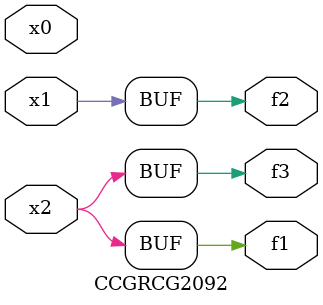
<source format=v>
module CCGRCG2092(
	input x0, x1, x2,
	output f1, f2, f3
);
	assign f1 = x2;
	assign f2 = x1;
	assign f3 = x2;
endmodule

</source>
